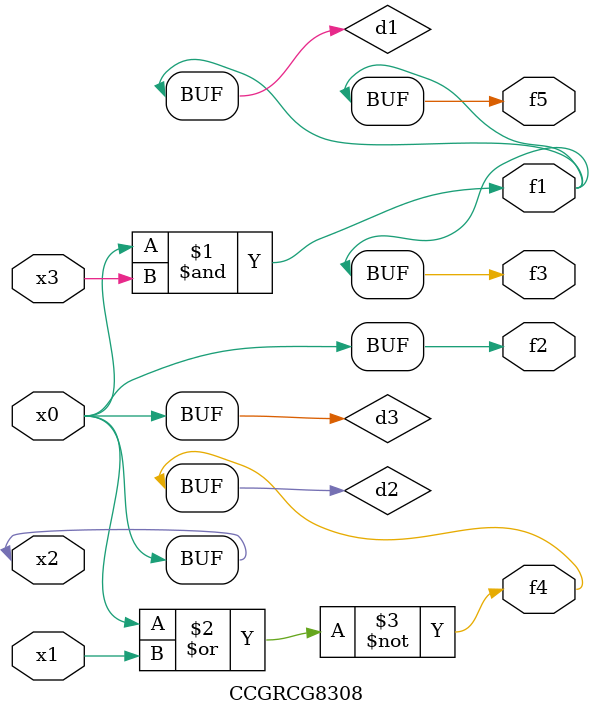
<source format=v>
module CCGRCG8308(
	input x0, x1, x2, x3,
	output f1, f2, f3, f4, f5
);

	wire d1, d2, d3;

	and (d1, x2, x3);
	nor (d2, x0, x1);
	buf (d3, x0, x2);
	assign f1 = d1;
	assign f2 = d3;
	assign f3 = d1;
	assign f4 = d2;
	assign f5 = d1;
endmodule

</source>
